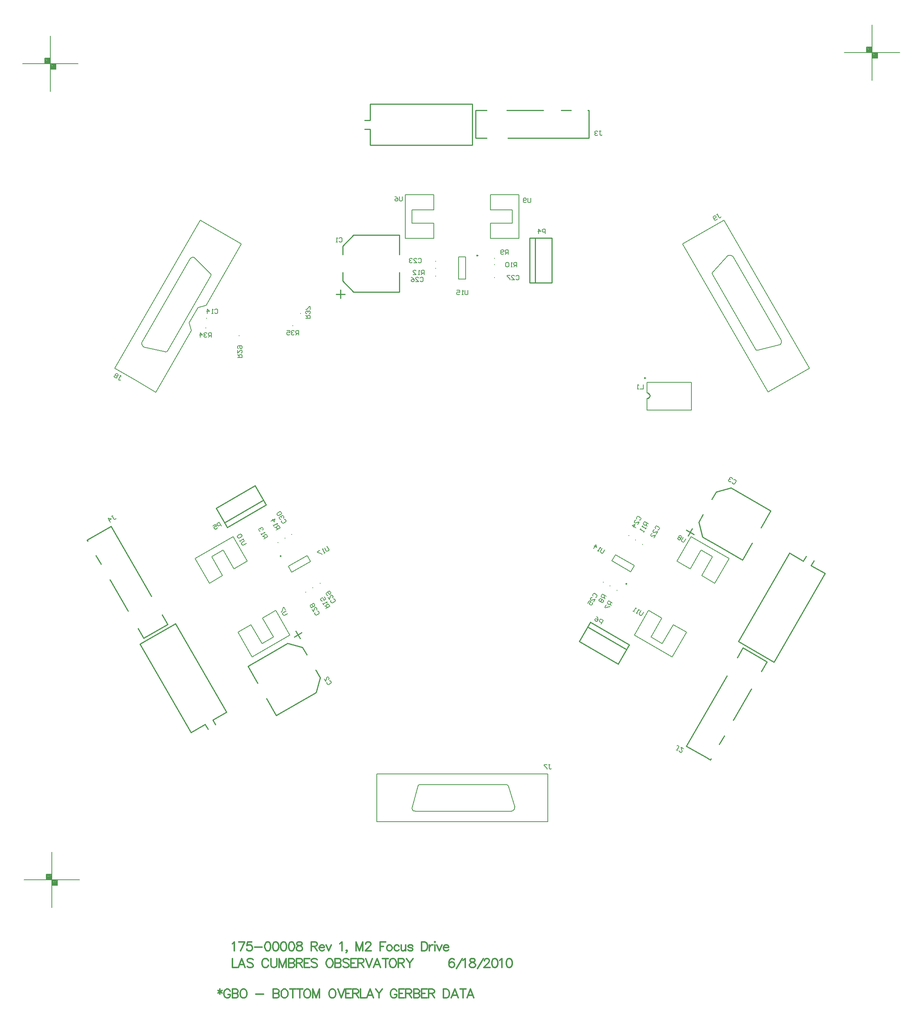
<source format=gbo>
%FSLAX23Y23*%
%MOIN*%
G70*
G01*
G75*
G04 Layer_Color=32896*
%ADD10O,0.027X0.010*%
%ADD11R,0.065X0.094*%
%ADD12R,0.070X0.135*%
%ADD13O,0.098X0.028*%
%ADD14R,0.048X0.078*%
%ADD15R,0.087X0.059*%
%ADD16R,0.063X0.075*%
%ADD17R,0.050X0.050*%
%ADD18R,0.050X0.050*%
%ADD19R,0.025X0.100*%
%ADD20R,0.057X0.012*%
%ADD21R,0.025X0.185*%
%ADD22O,0.024X0.010*%
%ADD23R,0.094X0.130*%
%ADD24R,0.094X0.102*%
%ADD25R,0.200X0.150*%
%ADD26R,0.200X0.040*%
%ADD27R,0.059X0.051*%
%ADD28O,0.012X0.069*%
%ADD29R,0.078X0.048*%
G04:AMPARAMS|DCode=30|XSize=78mil|YSize=48mil|CornerRadius=0mil|HoleSize=0mil|Usage=FLASHONLY|Rotation=120.000|XOffset=0mil|YOffset=0mil|HoleType=Round|Shape=Rectangle|*
%AMROTATEDRECTD30*
4,1,4,0.040,-0.022,-0.001,-0.046,-0.040,0.022,0.001,0.046,0.040,-0.022,0.0*
%
%ADD30ROTATEDRECTD30*%

G04:AMPARAMS|DCode=31|XSize=78mil|YSize=48mil|CornerRadius=0mil|HoleSize=0mil|Usage=FLASHONLY|Rotation=240.000|XOffset=0mil|YOffset=0mil|HoleType=Round|Shape=Rectangle|*
%AMROTATEDRECTD31*
4,1,4,-0.001,0.046,0.040,0.022,0.001,-0.046,-0.040,-0.022,-0.001,0.046,0.0*
%
%ADD31ROTATEDRECTD31*%

%ADD32R,0.067X0.040*%
%ADD33R,0.040X0.067*%
%ADD34R,0.051X0.059*%
G04:AMPARAMS|DCode=35|XSize=135mil|YSize=70mil|CornerRadius=0mil|HoleSize=0mil|Usage=FLASHONLY|Rotation=30.000|XOffset=0mil|YOffset=0mil|HoleType=Round|Shape=Rectangle|*
%AMROTATEDRECTD35*
4,1,4,-0.041,-0.064,-0.076,-0.003,0.041,0.064,0.076,0.003,-0.041,-0.064,0.0*
%
%ADD35ROTATEDRECTD35*%

G04:AMPARAMS|DCode=36|XSize=135mil|YSize=70mil|CornerRadius=0mil|HoleSize=0mil|Usage=FLASHONLY|Rotation=150.000|XOffset=0mil|YOffset=0mil|HoleType=Round|Shape=Rectangle|*
%AMROTATEDRECTD36*
4,1,4,0.076,-0.003,0.041,-0.064,-0.076,0.003,-0.041,0.064,0.076,-0.003,0.0*
%
%ADD36ROTATEDRECTD36*%

%ADD37C,0.020*%
%ADD38C,0.030*%
%ADD39C,0.010*%
%ADD40C,0.005*%
%ADD41C,0.050*%
%ADD42C,0.005*%
%ADD43C,0.012*%
%ADD44C,0.008*%
%ADD45C,0.012*%
%ADD46C,0.012*%
%ADD47C,0.055*%
%ADD48P,0.078X4X165.0*%
%ADD49C,0.116*%
%ADD50C,0.085*%
%ADD51C,0.039*%
%ADD52C,0.200*%
%ADD53C,0.120*%
%ADD54P,0.085X4X105.0*%
%ADD55C,0.060*%
%ADD56P,0.085X4X345.0*%
%ADD57R,0.060X0.060*%
%ADD58P,0.084X4X195.0*%
%ADD59C,0.059*%
%ADD60C,0.031*%
%ADD61C,0.079*%
%ADD62P,0.084X4X255.0*%
%ADD63R,0.059X0.059*%
%ADD64C,0.175*%
%ADD65C,0.070*%
%ADD66R,0.070X0.070*%
%ADD67P,0.084X4X255.0*%
%ADD68C,0.059*%
%ADD69R,0.059X0.059*%
%ADD70P,0.084X4X375.0*%
%ADD71C,0.157*%
%ADD72P,0.084X4X285.0*%
%ADD73C,0.098*%
%ADD74O,0.079X0.039*%
%ADD75R,0.079X0.039*%
%ADD76R,0.059X0.059*%
%ADD77C,0.413*%
%ADD78C,0.531*%
%ADD79C,0.335*%
%ADD80C,0.236*%
%ADD81P,0.099X4X165.0*%
%ADD82P,0.099X4X285.0*%
%ADD83C,0.024*%
%ADD84C,0.026*%
%ADD85C,0.050*%
%ADD86C,0.040*%
%ADD87C,0.075*%
%ADD88C,0.168*%
%ADD89C,0.102*%
%ADD90C,0.080*%
%ADD91C,0.131*%
%ADD92C,0.110*%
G04:AMPARAMS|DCode=93|XSize=90mil|YSize=90mil|CornerRadius=0mil|HoleSize=0mil|Usage=FLASHONLY|Rotation=0.000|XOffset=0mil|YOffset=0mil|HoleType=Round|Shape=Relief|Width=10mil|Gap=10mil|Entries=4|*
%AMTHD93*
7,0,0,0.090,0.070,0.010,45*
%
%ADD93THD93*%
%ADD94C,0.075*%
%ADD95C,0.060*%
G04:AMPARAMS|DCode=96|XSize=107.244mil|YSize=107.244mil|CornerRadius=0mil|HoleSize=0mil|Usage=FLASHONLY|Rotation=0.000|XOffset=0mil|YOffset=0mil|HoleType=Round|Shape=Relief|Width=10mil|Gap=10mil|Entries=4|*
%AMTHD96*
7,0,0,0.107,0.087,0.010,45*
%
%ADD96THD96*%
%ADD97C,0.087*%
%ADD98C,0.163*%
%ADD99C,0.087*%
%ADD100C,0.075*%
%ADD101C,0.131*%
%ADD102C,0.076*%
%ADD103C,0.099*%
%ADD104C,0.070*%
G04:AMPARAMS|DCode=105|XSize=95.433mil|YSize=95.433mil|CornerRadius=0mil|HoleSize=0mil|Usage=FLASHONLY|Rotation=0.000|XOffset=0mil|YOffset=0mil|HoleType=Round|Shape=Relief|Width=10mil|Gap=10mil|Entries=4|*
%AMTHD105*
7,0,0,0.095,0.075,0.010,45*
%
%ADD105THD105*%
%ADD106C,0.257*%
%ADD107C,0.571*%
%ADD108C,0.375*%
%ADD109C,0.206*%
%ADD110C,0.053*%
G04:AMPARAMS|DCode=111|XSize=70mil|YSize=70mil|CornerRadius=0mil|HoleSize=0mil|Usage=FLASHONLY|Rotation=0.000|XOffset=0mil|YOffset=0mil|HoleType=Round|Shape=Relief|Width=10mil|Gap=10mil|Entries=4|*
%AMTHD111*
7,0,0,0.070,0.050,0.010,45*
%
%ADD111THD111*%
%ADD112C,0.065*%
G04:AMPARAMS|DCode=113|XSize=85mil|YSize=85mil|CornerRadius=0mil|HoleSize=0mil|Usage=FLASHONLY|Rotation=0.000|XOffset=0mil|YOffset=0mil|HoleType=Round|Shape=Relief|Width=10mil|Gap=10mil|Entries=4|*
%AMTHD113*
7,0,0,0.085,0.065,0.010,45*
%
%ADD113THD113*%
G04:AMPARAMS|DCode=114|XSize=95mil|YSize=95mil|CornerRadius=0mil|HoleSize=0mil|Usage=FLASHONLY|Rotation=0.000|XOffset=0mil|YOffset=0mil|HoleType=Round|Shape=Relief|Width=10mil|Gap=10mil|Entries=4|*
%AMTHD114*
7,0,0,0.095,0.075,0.010,45*
%
%ADD114THD114*%
G04:AMPARAMS|DCode=115|XSize=122mil|YSize=122mil|CornerRadius=0mil|HoleSize=0mil|Usage=FLASHONLY|Rotation=0.000|XOffset=0mil|YOffset=0mil|HoleType=Round|Shape=Relief|Width=10mil|Gap=10mil|Entries=4|*
%AMTHD115*
7,0,0,0.122,0.102,0.010,45*
%
%ADD115THD115*%
G04:AMPARAMS|DCode=116|XSize=79.685mil|YSize=79.685mil|CornerRadius=0mil|HoleSize=0mil|Usage=FLASHONLY|Rotation=0.000|XOffset=0mil|YOffset=0mil|HoleType=Round|Shape=Relief|Width=10mil|Gap=10mil|Entries=4|*
%AMTHD116*
7,0,0,0.080,0.060,0.010,45*
%
%ADD116THD116*%
G04:AMPARAMS|DCode=117|XSize=183mil|YSize=183mil|CornerRadius=0mil|HoleSize=0mil|Usage=FLASHONLY|Rotation=0.000|XOffset=0mil|YOffset=0mil|HoleType=Round|Shape=Relief|Width=10mil|Gap=10mil|Entries=4|*
%AMTHD117*
7,0,0,0.183,0.163,0.010,45*
%
%ADD117THD117*%
G04:AMPARAMS|DCode=118|XSize=107mil|YSize=107mil|CornerRadius=0mil|HoleSize=0mil|Usage=FLASHONLY|Rotation=0.000|XOffset=0mil|YOffset=0mil|HoleType=Round|Shape=Relief|Width=10mil|Gap=10mil|Entries=4|*
%AMTHD118*
7,0,0,0.107,0.087,0.010,45*
%
%ADD118THD118*%
G04:AMPARAMS|DCode=119|XSize=95.433mil|YSize=95.433mil|CornerRadius=0mil|HoleSize=0mil|Usage=FLASHONLY|Rotation=0.000|XOffset=0mil|YOffset=0mil|HoleType=Round|Shape=Relief|Width=10mil|Gap=10mil|Entries=4|*
%AMTHD119*
7,0,0,0.095,0.075,0.010,45*
%
%ADD119THD119*%
G04:AMPARAMS|DCode=120|XSize=150.551mil|YSize=150.551mil|CornerRadius=0mil|HoleSize=0mil|Usage=FLASHONLY|Rotation=0.000|XOffset=0mil|YOffset=0mil|HoleType=Round|Shape=Relief|Width=10mil|Gap=10mil|Entries=4|*
%AMTHD120*
7,0,0,0.151,0.131,0.010,45*
%
%ADD120THD120*%
G04:AMPARAMS|DCode=121|XSize=96.221mil|YSize=96.221mil|CornerRadius=0mil|HoleSize=0mil|Usage=FLASHONLY|Rotation=0.000|XOffset=0mil|YOffset=0mil|HoleType=Round|Shape=Relief|Width=10mil|Gap=10mil|Entries=4|*
%AMTHD121*
7,0,0,0.096,0.076,0.010,45*
%
%ADD121THD121*%
G04:AMPARAMS|DCode=122|XSize=119.055mil|YSize=119.055mil|CornerRadius=0mil|HoleSize=0mil|Usage=FLASHONLY|Rotation=0.000|XOffset=0mil|YOffset=0mil|HoleType=Round|Shape=Relief|Width=10mil|Gap=10mil|Entries=4|*
%AMTHD122*
7,0,0,0.119,0.099,0.010,45*
%
%ADD122THD122*%
G04:AMPARAMS|DCode=123|XSize=89.528mil|YSize=89.528mil|CornerRadius=0mil|HoleSize=0mil|Usage=FLASHONLY|Rotation=0.000|XOffset=0mil|YOffset=0mil|HoleType=Round|Shape=Relief|Width=10mil|Gap=10mil|Entries=4|*
%AMTHD123*
7,0,0,0.090,0.070,0.010,45*
%
%ADD123THD123*%
G04:AMPARAMS|DCode=124|XSize=72.992mil|YSize=72.992mil|CornerRadius=0mil|HoleSize=0mil|Usage=FLASHONLY|Rotation=0.000|XOffset=0mil|YOffset=0mil|HoleType=Round|Shape=Relief|Width=10mil|Gap=10mil|Entries=4|*
%AMTHD124*
7,0,0,0.073,0.053,0.010,45*
%
%ADD124THD124*%
G04:AMPARAMS|DCode=125|XSize=79mil|YSize=236mil|CornerRadius=0mil|HoleSize=0mil|Usage=FLASHONLY|Rotation=240.000|XOffset=0mil|YOffset=0mil|HoleType=Round|Shape=Rectangle|*
%AMROTATEDRECTD125*
4,1,4,-0.083,0.093,0.122,-0.025,0.083,-0.093,-0.122,0.025,-0.083,0.093,0.0*
%
%ADD125ROTATEDRECTD125*%

G04:AMPARAMS|DCode=126|XSize=79mil|YSize=236mil|CornerRadius=0mil|HoleSize=0mil|Usage=FLASHONLY|Rotation=120.000|XOffset=0mil|YOffset=0mil|HoleType=Round|Shape=Rectangle|*
%AMROTATEDRECTD126*
4,1,4,0.122,0.025,-0.083,-0.093,-0.122,-0.025,0.083,0.093,0.122,0.025,0.0*
%
%ADD126ROTATEDRECTD126*%

%ADD127R,0.236X0.079*%
%ADD128R,0.025X0.070*%
G04:AMPARAMS|DCode=129|XSize=28mil|YSize=98mil|CornerRadius=0mil|HoleSize=0mil|Usage=FLASHONLY|Rotation=210.000|XOffset=0mil|YOffset=0mil|HoleType=Round|Shape=Round|*
%AMOVALD129*
21,1,0.071,0.028,0.000,0.000,300.0*
1,1,0.028,-0.018,0.031*
1,1,0.028,0.018,-0.031*
%
%ADD129OVALD129*%

%ADD130P,0.071X4X345.0*%
G04:AMPARAMS|DCode=131|XSize=28mil|YSize=98mil|CornerRadius=0mil|HoleSize=0mil|Usage=FLASHONLY|Rotation=330.000|XOffset=0mil|YOffset=0mil|HoleType=Round|Shape=Round|*
%AMOVALD131*
21,1,0.071,0.028,0.000,0.000,60.0*
1,1,0.028,-0.018,-0.031*
1,1,0.028,0.018,0.031*
%
%ADD131OVALD131*%

%ADD132P,0.071X4X105.0*%
%ADD133C,0.075*%
%ADD134C,0.010*%
%ADD135C,0.010*%
%ADD136C,0.024*%
%ADD137C,0.007*%
%ADD138C,0.008*%
%ADD139C,0.006*%
%ADD140C,0.020*%
%ADD141R,0.195X0.150*%
%ADD142R,0.020X0.082*%
%ADD143O,0.035X0.018*%
%ADD144R,0.073X0.102*%
%ADD145R,0.078X0.143*%
%ADD146O,0.106X0.036*%
%ADD147R,0.056X0.086*%
%ADD148R,0.095X0.067*%
%ADD149R,0.071X0.083*%
%ADD150R,0.058X0.058*%
%ADD151R,0.058X0.058*%
%ADD152R,0.033X0.108*%
%ADD153R,0.061X0.016*%
%ADD154R,0.033X0.193*%
%ADD155O,0.032X0.018*%
%ADD156R,0.102X0.138*%
%ADD157R,0.102X0.110*%
%ADD158R,0.208X0.158*%
%ADD159R,0.208X0.048*%
%ADD160R,0.067X0.059*%
%ADD161O,0.020X0.077*%
%ADD162R,0.086X0.056*%
G04:AMPARAMS|DCode=163|XSize=86mil|YSize=56mil|CornerRadius=0mil|HoleSize=0mil|Usage=FLASHONLY|Rotation=120.000|XOffset=0mil|YOffset=0mil|HoleType=Round|Shape=Rectangle|*
%AMROTATEDRECTD163*
4,1,4,0.046,-0.023,-0.003,-0.051,-0.046,0.023,0.003,0.051,0.046,-0.023,0.0*
%
%ADD163ROTATEDRECTD163*%

G04:AMPARAMS|DCode=164|XSize=86mil|YSize=56mil|CornerRadius=0mil|HoleSize=0mil|Usage=FLASHONLY|Rotation=240.000|XOffset=0mil|YOffset=0mil|HoleType=Round|Shape=Rectangle|*
%AMROTATEDRECTD164*
4,1,4,-0.003,0.051,0.046,0.023,0.003,-0.051,-0.046,-0.023,-0.003,0.051,0.0*
%
%ADD164ROTATEDRECTD164*%

%ADD165R,0.075X0.048*%
%ADD166R,0.048X0.075*%
%ADD167R,0.059X0.067*%
G04:AMPARAMS|DCode=168|XSize=143mil|YSize=78mil|CornerRadius=0mil|HoleSize=0mil|Usage=FLASHONLY|Rotation=30.000|XOffset=0mil|YOffset=0mil|HoleType=Round|Shape=Rectangle|*
%AMROTATEDRECTD168*
4,1,4,-0.042,-0.070,-0.081,-0.002,0.042,0.070,0.081,0.002,-0.042,-0.070,0.0*
%
%ADD168ROTATEDRECTD168*%

G04:AMPARAMS|DCode=169|XSize=143mil|YSize=78mil|CornerRadius=0mil|HoleSize=0mil|Usage=FLASHONLY|Rotation=150.000|XOffset=0mil|YOffset=0mil|HoleType=Round|Shape=Rectangle|*
%AMROTATEDRECTD169*
4,1,4,0.081,-0.002,0.042,-0.070,-0.081,0.002,-0.042,0.070,0.081,-0.002,0.0*
%
%ADD169ROTATEDRECTD169*%

%ADD170C,0.063*%
%ADD171P,0.089X4X165.0*%
%ADD172C,0.124*%
%ADD173C,0.093*%
%ADD174C,0.047*%
%ADD175C,0.208*%
%ADD176C,0.128*%
%ADD177P,0.096X4X105.0*%
%ADD178C,0.068*%
%ADD179P,0.096X4X345.0*%
%ADD180R,0.068X0.068*%
%ADD181P,0.095X4X195.0*%
%ADD182C,0.067*%
%ADD183C,0.039*%
%ADD184C,0.087*%
%ADD185P,0.095X4X255.0*%
%ADD186R,0.067X0.067*%
%ADD187C,0.183*%
%ADD188C,0.078*%
%ADD189R,0.078X0.078*%
%ADD190P,0.095X4X255.0*%
%ADD191C,0.067*%
%ADD192R,0.067X0.067*%
%ADD193P,0.095X4X375.0*%
%ADD194C,0.165*%
%ADD195P,0.095X4X285.0*%
%ADD196C,0.106*%
%ADD197O,0.087X0.047*%
%ADD198R,0.087X0.047*%
%ADD199R,0.067X0.067*%
%ADD200C,0.421*%
%ADD201C,0.539*%
%ADD202C,0.343*%
%ADD203C,0.244*%
%ADD204P,0.110X4X165.0*%
%ADD205P,0.110X4X285.0*%
%ADD206C,0.032*%
%ADD207C,0.058*%
G04:AMPARAMS|DCode=208|XSize=87mil|YSize=244mil|CornerRadius=0mil|HoleSize=0mil|Usage=FLASHONLY|Rotation=240.000|XOffset=0mil|YOffset=0mil|HoleType=Round|Shape=Rectangle|*
%AMROTATEDRECTD208*
4,1,4,-0.084,0.099,0.127,-0.023,0.084,-0.099,-0.127,0.023,-0.084,0.099,0.0*
%
%ADD208ROTATEDRECTD208*%

G04:AMPARAMS|DCode=209|XSize=87mil|YSize=244mil|CornerRadius=0mil|HoleSize=0mil|Usage=FLASHONLY|Rotation=120.000|XOffset=0mil|YOffset=0mil|HoleType=Round|Shape=Rectangle|*
%AMROTATEDRECTD209*
4,1,4,0.127,0.023,-0.084,-0.099,-0.127,-0.023,0.084,0.099,0.127,0.023,0.0*
%
%ADD209ROTATEDRECTD209*%

%ADD210R,0.244X0.087*%
%ADD211R,0.033X0.078*%
G04:AMPARAMS|DCode=212|XSize=36mil|YSize=106mil|CornerRadius=0mil|HoleSize=0mil|Usage=FLASHONLY|Rotation=210.000|XOffset=0mil|YOffset=0mil|HoleType=Round|Shape=Round|*
%AMOVALD212*
21,1,0.071,0.036,0.000,0.000,300.0*
1,1,0.036,-0.018,0.031*
1,1,0.036,0.018,-0.031*
%
%ADD212OVALD212*%

%ADD213P,0.082X4X345.0*%
G04:AMPARAMS|DCode=214|XSize=36mil|YSize=106mil|CornerRadius=0mil|HoleSize=0mil|Usage=FLASHONLY|Rotation=330.000|XOffset=0mil|YOffset=0mil|HoleType=Round|Shape=Round|*
%AMOVALD214*
21,1,0.071,0.036,0.000,0.000,60.0*
1,1,0.036,-0.018,-0.031*
1,1,0.036,0.018,0.031*
%
%ADD214OVALD214*%

%ADD215P,0.082X4X105.0*%
%ADD216C,0.034*%
D39*
X17129Y13706D02*
X17121Y13710D01*
Y13701D01*
X17129Y13706D01*
X17144Y13521D02*
X17153Y13523D01*
X17162Y13528D01*
X17167Y13536D01*
X17169Y13546D01*
X17167Y13555D01*
X17162Y13563D01*
X17153Y13569D01*
X17144Y13571D01*
X17513Y12281D02*
X17552Y12349D01*
X17498Y12335D02*
X17567Y12295D01*
X18003Y12066D02*
X18091Y12220D01*
X18170Y12356D02*
X18258Y12509D01*
X17727Y12612D02*
X17766Y12680D01*
X17609Y12407D02*
X17648Y12476D01*
X17900Y12716D02*
X18258Y12509D01*
X17766Y12680D02*
X17900Y12716D01*
X17645Y12273D02*
X17781Y12194D01*
X17609Y12407D02*
X17645Y12273D01*
X17781Y12194D02*
X18003Y12066D01*
X13549Y11109D02*
X13771Y11237D01*
X13907Y11316D02*
X14042Y11280D01*
X13771Y11237D02*
X13907Y11316D01*
X14163Y10873D02*
X14199Y11007D01*
X13805Y10666D02*
X14163Y10873D01*
X14042Y11280D02*
X14081Y11212D01*
X14160Y11076D02*
X14199Y11007D01*
X13717Y10820D02*
X13805Y10666D01*
X13549Y11109D02*
X13638Y10956D01*
X13966Y11373D02*
X14034Y11412D01*
X13980Y11426D02*
X14019Y11358D01*
X14383Y14421D02*
Y14500D01*
X14344Y14460D02*
X14423D01*
X14915Y14480D02*
Y14657D01*
Y14815D02*
Y14992D01*
X14403Y14815D02*
Y14893D01*
Y14578D02*
Y14657D01*
X14501Y14992D02*
X14915D01*
X14403Y14893D02*
X14501Y14992D01*
X14501Y14480D02*
X14659D01*
X14403Y14578D02*
X14501Y14480D01*
X14659D02*
X14915D01*
X16609Y11463D02*
X16959Y11260D01*
X16534Y11333D02*
X16634Y11506D01*
X16884Y11130D02*
X16984Y11303D01*
X16534Y11333D02*
X16884Y11130D01*
X16634Y11506D02*
X16984Y11303D01*
X13339Y12402D02*
X13690Y12604D01*
X13615Y12734D02*
X13715Y12561D01*
X13264Y12531D02*
X13364Y12358D01*
X13264Y12531D02*
X13615Y12734D01*
X13364Y12358D02*
X13715Y12561D01*
X16138Y14561D02*
Y14966D01*
X16088Y14561D02*
X16288D01*
X16088Y14966D02*
X16288D01*
Y14561D02*
Y14966D01*
X16088Y14561D02*
Y14966D01*
D43*
X13298Y8201D02*
Y8155D01*
X13279Y8189D02*
X13317Y8167D01*
Y8189D02*
X13279Y8167D01*
X13390Y8182D02*
X13387Y8189D01*
X13379Y8197D01*
X13371Y8201D01*
X13356D01*
X13349Y8197D01*
X13341Y8189D01*
X13337Y8182D01*
X13333Y8170D01*
Y8151D01*
X13337Y8140D01*
X13341Y8132D01*
X13349Y8125D01*
X13356Y8121D01*
X13371D01*
X13379Y8125D01*
X13387Y8132D01*
X13390Y8140D01*
Y8151D01*
X13371D02*
X13390D01*
X13409Y8201D02*
Y8121D01*
Y8201D02*
X13443D01*
X13454Y8197D01*
X13458Y8193D01*
X13462Y8186D01*
Y8178D01*
X13458Y8170D01*
X13454Y8167D01*
X13443Y8163D01*
X13409D02*
X13443D01*
X13454Y8159D01*
X13458Y8155D01*
X13462Y8147D01*
Y8136D01*
X13458Y8128D01*
X13454Y8125D01*
X13443Y8121D01*
X13409D01*
X13503Y8201D02*
X13495Y8197D01*
X13488Y8189D01*
X13484Y8182D01*
X13480Y8170D01*
Y8151D01*
X13484Y8140D01*
X13488Y8132D01*
X13495Y8125D01*
X13503Y8121D01*
X13518D01*
X13526Y8125D01*
X13533Y8132D01*
X13537Y8140D01*
X13541Y8151D01*
Y8170D01*
X13537Y8182D01*
X13533Y8189D01*
X13526Y8197D01*
X13518Y8201D01*
X13503D01*
X13622Y8155D02*
X13691D01*
X13777Y8201D02*
Y8121D01*
Y8201D02*
X13812D01*
X13823Y8197D01*
X13827Y8193D01*
X13831Y8186D01*
Y8178D01*
X13827Y8170D01*
X13823Y8167D01*
X13812Y8163D01*
X13777D02*
X13812D01*
X13823Y8159D01*
X13827Y8155D01*
X13831Y8147D01*
Y8136D01*
X13827Y8128D01*
X13823Y8125D01*
X13812Y8121D01*
X13777D01*
X13872Y8201D02*
X13864Y8197D01*
X13856Y8189D01*
X13852Y8182D01*
X13849Y8170D01*
Y8151D01*
X13852Y8140D01*
X13856Y8132D01*
X13864Y8125D01*
X13872Y8121D01*
X13887D01*
X13894Y8125D01*
X13902Y8132D01*
X13906Y8140D01*
X13910Y8151D01*
Y8170D01*
X13906Y8182D01*
X13902Y8189D01*
X13894Y8197D01*
X13887Y8201D01*
X13872D01*
X13955D02*
Y8121D01*
X13928Y8201D02*
X13982D01*
X14018D02*
Y8121D01*
X13991Y8201D02*
X14044D01*
X14077D02*
X14069Y8197D01*
X14062Y8189D01*
X14058Y8182D01*
X14054Y8170D01*
Y8151D01*
X14058Y8140D01*
X14062Y8132D01*
X14069Y8125D01*
X14077Y8121D01*
X14092D01*
X14100Y8125D01*
X14107Y8132D01*
X14111Y8140D01*
X14115Y8151D01*
Y8170D01*
X14111Y8182D01*
X14107Y8189D01*
X14100Y8197D01*
X14092Y8201D01*
X14077D01*
X14134D02*
Y8121D01*
Y8201D02*
X14164Y8121D01*
X14194Y8201D02*
X14164Y8121D01*
X14194Y8201D02*
Y8121D01*
X14303Y8201D02*
X14295Y8197D01*
X14288Y8189D01*
X14284Y8182D01*
X14280Y8170D01*
Y8151D01*
X14284Y8140D01*
X14288Y8132D01*
X14295Y8125D01*
X14303Y8121D01*
X14318D01*
X14326Y8125D01*
X14333Y8132D01*
X14337Y8140D01*
X14341Y8151D01*
Y8170D01*
X14337Y8182D01*
X14333Y8189D01*
X14326Y8197D01*
X14318Y8201D01*
X14303D01*
X14360D02*
X14390Y8121D01*
X14421Y8201D02*
X14390Y8121D01*
X14481Y8201D02*
X14431D01*
Y8121D01*
X14481D01*
X14431Y8163D02*
X14461D01*
X14494Y8201D02*
Y8121D01*
Y8201D02*
X14528D01*
X14540Y8197D01*
X14543Y8193D01*
X14547Y8186D01*
Y8178D01*
X14543Y8170D01*
X14540Y8167D01*
X14528Y8163D01*
X14494D01*
X14521D02*
X14547Y8121D01*
X14565Y8201D02*
Y8121D01*
X14611D01*
X14680D02*
X14650Y8201D01*
X14620Y8121D01*
X14631Y8147D02*
X14669D01*
X14699Y8201D02*
X14730Y8163D01*
Y8121D01*
X14760Y8201D02*
X14730Y8163D01*
X14890Y8182D02*
X14887Y8189D01*
X14879Y8197D01*
X14871Y8201D01*
X14856D01*
X14848Y8197D01*
X14841Y8189D01*
X14837Y8182D01*
X14833Y8170D01*
Y8151D01*
X14837Y8140D01*
X14841Y8132D01*
X14848Y8125D01*
X14856Y8121D01*
X14871D01*
X14879Y8125D01*
X14887Y8132D01*
X14890Y8140D01*
Y8151D01*
X14871D02*
X14890D01*
X14958Y8201D02*
X14909D01*
Y8121D01*
X14958D01*
X14909Y8163D02*
X14939D01*
X14971Y8201D02*
Y8121D01*
Y8201D02*
X15006D01*
X15017Y8197D01*
X15021Y8193D01*
X15025Y8186D01*
Y8178D01*
X15021Y8170D01*
X15017Y8167D01*
X15006Y8163D01*
X14971D01*
X14998D02*
X15025Y8121D01*
X15043Y8201D02*
Y8121D01*
Y8201D02*
X15077D01*
X15088Y8197D01*
X15092Y8193D01*
X15096Y8186D01*
Y8178D01*
X15092Y8170D01*
X15088Y8167D01*
X15077Y8163D01*
X15043D02*
X15077D01*
X15088Y8159D01*
X15092Y8155D01*
X15096Y8147D01*
Y8136D01*
X15092Y8128D01*
X15088Y8125D01*
X15077Y8121D01*
X15043D01*
X15163Y8201D02*
X15114D01*
Y8121D01*
X15163D01*
X15114Y8163D02*
X15144D01*
X15177Y8201D02*
Y8121D01*
Y8201D02*
X15211D01*
X15222Y8197D01*
X15226Y8193D01*
X15230Y8186D01*
Y8178D01*
X15226Y8170D01*
X15222Y8167D01*
X15211Y8163D01*
X15177D01*
X15203D02*
X15230Y8121D01*
X15311Y8201D02*
Y8121D01*
Y8201D02*
X15337D01*
X15349Y8197D01*
X15357Y8189D01*
X15360Y8182D01*
X15364Y8170D01*
Y8151D01*
X15360Y8140D01*
X15357Y8132D01*
X15349Y8125D01*
X15337Y8121D01*
X15311D01*
X15443D02*
X15413Y8201D01*
X15382Y8121D01*
X15393Y8147D02*
X15432D01*
X15488Y8201D02*
Y8121D01*
X15462Y8201D02*
X15515D01*
X15585Y8121D02*
X15555Y8201D01*
X15524Y8121D01*
X15536Y8147D02*
X15574D01*
D44*
X14072Y14243D02*
X14112D01*
Y14263D01*
X14105Y14269D01*
X14092D01*
X14085Y14263D01*
Y14243D01*
Y14256D02*
X14072Y14269D01*
X14105Y14283D02*
X14112Y14289D01*
Y14303D01*
X14105Y14309D01*
X14099D01*
X14092Y14303D01*
Y14296D01*
Y14303D01*
X14085Y14309D01*
X14079D01*
X14072Y14303D01*
Y14289D01*
X14079Y14283D01*
X14112Y14323D02*
Y14349D01*
X14105D01*
X14079Y14323D01*
X14072D01*
X14006Y14093D02*
Y14133D01*
X13986D01*
X13979Y14126D01*
Y14113D01*
X13986Y14106D01*
X14006D01*
X13993D02*
X13979Y14093D01*
X13966Y14126D02*
X13959Y14133D01*
X13946D01*
X13939Y14126D01*
Y14119D01*
X13946Y14113D01*
X13953D01*
X13946D01*
X13939Y14106D01*
Y14099D01*
X13946Y14093D01*
X13959D01*
X13966Y14099D01*
X13899Y14133D02*
X13926D01*
Y14113D01*
X13913Y14119D01*
X13906D01*
X13899Y14113D01*
Y14099D01*
X13906Y14093D01*
X13919D01*
X13926Y14099D01*
X13222Y14072D02*
Y14112D01*
X13202D01*
X13195Y14105D01*
Y14092D01*
X13202Y14085D01*
X13222D01*
X13209D02*
X13195Y14072D01*
X13182Y14105D02*
X13175Y14112D01*
X13162D01*
X13155Y14105D01*
Y14098D01*
X13162Y14092D01*
X13169D01*
X13162D01*
X13155Y14085D01*
Y14078D01*
X13162Y14072D01*
X13175D01*
X13182Y14078D01*
X13122Y14072D02*
Y14112D01*
X13142Y14092D01*
X13115D01*
X13250Y14319D02*
X13257Y14326D01*
X13270D01*
X13277Y14319D01*
Y14292D01*
X13270Y14286D01*
X13257D01*
X13250Y14292D01*
X13237Y14286D02*
X13224D01*
X13230D01*
Y14326D01*
X13237Y14319D01*
X13184Y14286D02*
Y14326D01*
X13204Y14306D01*
X13177D01*
X13458Y13888D02*
X13498D01*
Y13908D01*
X13491Y13914D01*
X13478D01*
X13471Y13908D01*
Y13888D01*
Y13901D02*
X13458Y13914D01*
Y13954D02*
Y13928D01*
X13485Y13954D01*
X13491D01*
X13498Y13948D01*
Y13934D01*
X13491Y13928D01*
X13465Y13968D02*
X13458Y13974D01*
Y13988D01*
X13465Y13994D01*
X13491D01*
X13498Y13988D01*
Y13974D01*
X13491Y13968D01*
X13485D01*
X13478Y13974D01*
Y13994D01*
X16729Y11489D02*
X16749Y11523D01*
X16732Y11533D01*
X16722Y11531D01*
X16716Y11519D01*
X16718Y11510D01*
X16736Y11500D01*
X16691Y11557D02*
X16699Y11544D01*
X16704Y11526D01*
X16698Y11515D01*
X16688Y11512D01*
X16677Y11519D01*
X16674Y11528D01*
X16678Y11534D01*
X16687Y11536D01*
X16704Y11526D01*
X13311Y12372D02*
X13291Y12406D01*
X13274Y12396D01*
X13271Y12387D01*
X13278Y12376D01*
X13287Y12373D01*
X13304Y12383D01*
X13233Y12373D02*
X13256Y12386D01*
X13266Y12369D01*
X13251Y12368D01*
X13246Y12365D01*
X13243Y12356D01*
X13250Y12344D01*
X13259Y12342D01*
X13270Y12348D01*
X13273Y12358D01*
X16226Y15007D02*
Y15047D01*
X16206D01*
X16199Y15040D01*
Y15027D01*
X16206Y15020D01*
X16226D01*
X16166Y15007D02*
Y15047D01*
X16186Y15027D01*
X16159D01*
X17771Y15175D02*
X17782Y15182D01*
X17777Y15179D01*
X17793Y15150D01*
X17802Y15147D01*
X17808Y15151D01*
X17811Y15160D01*
X17776Y15140D02*
X17774Y15131D01*
X17762Y15124D01*
X17753Y15126D01*
X17740Y15149D01*
X17742Y15159D01*
X17754Y15165D01*
X17763Y15163D01*
X17766Y15157D01*
X17764Y15148D01*
X17746Y15138D01*
X12397Y13729D02*
X12408Y13722D01*
X12403Y13725D01*
X12386Y13697D01*
X12388Y13687D01*
X12394Y13684D01*
X12403Y13687D01*
X12382Y13730D02*
X12379Y13739D01*
X12368Y13745D01*
X12359Y13743D01*
X12355Y13737D01*
X12358Y13728D01*
X12349Y13726D01*
X12345Y13720D01*
X12348Y13711D01*
X12359Y13704D01*
X12369Y13707D01*
X12372Y13712D01*
X12369Y13721D01*
X12379Y13724D01*
X12382Y13730D01*
X12369Y13721D02*
X12358Y13728D01*
X16256Y10222D02*
X16270D01*
X16263D01*
Y10188D01*
X16270Y10182D01*
X16276D01*
X16283Y10188D01*
X16243Y10222D02*
X16216D01*
Y10215D01*
X16243Y10188D01*
Y10182D01*
X14370Y14963D02*
X14377Y14970D01*
X14390D01*
X14397Y14963D01*
Y14936D01*
X14390Y14930D01*
X14377D01*
X14370Y14936D01*
X14357Y14930D02*
X14344D01*
X14350D01*
Y14970D01*
X14357Y14963D01*
X14284Y10979D02*
X14294Y10976D01*
X14300Y10965D01*
X14298Y10955D01*
X14275Y10942D01*
X14266Y10945D01*
X14259Y10956D01*
X14261Y10965D01*
X14236Y10997D02*
X14249Y10973D01*
X14259Y11010D01*
X14264Y11013D01*
X14274Y11011D01*
X14280Y10999D01*
X14278Y10990D01*
X17924Y12788D02*
X17934Y12790D01*
X17945Y12784D01*
X17948Y12775D01*
X17934Y12752D01*
X17925Y12749D01*
X17914Y12756D01*
X17911Y12765D01*
X17913Y12795D02*
X17910Y12804D01*
X17899Y12810D01*
X17890Y12808D01*
X17886Y12802D01*
X17889Y12793D01*
X17895Y12790D01*
X17889Y12793D01*
X17880Y12791D01*
X17876Y12785D01*
X17879Y12776D01*
X17890Y12769D01*
X17900Y12772D01*
X17219Y12350D02*
X17216Y12359D01*
X17223Y12371D01*
X17232Y12373D01*
X17255Y12360D01*
X17258Y12351D01*
X17251Y12339D01*
X17242Y12337D01*
X17228Y12299D02*
X17241Y12322D01*
X17204Y12312D01*
X17199Y12316D01*
X17196Y12325D01*
X17203Y12336D01*
X17212Y12339D01*
X17208Y12264D02*
X17221Y12288D01*
X17184Y12278D01*
X17179Y12281D01*
X17176Y12290D01*
X17183Y12302D01*
X17192Y12304D01*
X15084Y14775D02*
X15091Y14782D01*
X15104D01*
X15111Y14775D01*
Y14748D01*
X15104Y14742D01*
X15091D01*
X15084Y14748D01*
X15044Y14742D02*
X15071D01*
X15044Y14768D01*
Y14775D01*
X15051Y14782D01*
X15064D01*
X15071Y14775D01*
X15031D02*
X15024Y14782D01*
X15011D01*
X15004Y14775D01*
Y14768D01*
X15011Y14762D01*
X15018D01*
X15011D01*
X15004Y14755D01*
Y14748D01*
X15011Y14742D01*
X15024D01*
X15031Y14748D01*
X17052Y12437D02*
X17049Y12446D01*
X17056Y12458D01*
X17065Y12460D01*
X17088Y12447D01*
X17091Y12438D01*
X17084Y12426D01*
X17075Y12424D01*
X17061Y12386D02*
X17074Y12409D01*
X17037Y12399D01*
X17032Y12403D01*
X17029Y12412D01*
X17036Y12423D01*
X17045Y12426D01*
X17044Y12357D02*
X17009Y12377D01*
X17037Y12385D01*
X17023Y12361D01*
X16656Y11741D02*
X16653Y11750D01*
X16660Y11762D01*
X16669Y11764D01*
X16692Y11751D01*
X16695Y11742D01*
X16688Y11730D01*
X16679Y11728D01*
X16665Y11690D02*
X16678Y11713D01*
X16641Y11703D01*
X16636Y11707D01*
X16633Y11716D01*
X16640Y11727D01*
X16649Y11730D01*
X16610Y11675D02*
X16623Y11699D01*
X16641Y11689D01*
X16628Y11680D01*
X16625Y11675D01*
X16627Y11665D01*
X16639Y11659D01*
X16648Y11661D01*
X16655Y11673D01*
X16652Y11682D01*
X15099Y14606D02*
X15106Y14613D01*
X15119D01*
X15126Y14606D01*
Y14579D01*
X15119Y14573D01*
X15106D01*
X15099Y14579D01*
X15059Y14573D02*
X15086D01*
X15059Y14599D01*
Y14606D01*
X15066Y14613D01*
X15079D01*
X15086Y14606D01*
X15019Y14613D02*
X15033Y14606D01*
X15046Y14593D01*
Y14579D01*
X15039Y14573D01*
X15026D01*
X15019Y14579D01*
Y14586D01*
X15026Y14593D01*
X15046D01*
X15963Y14623D02*
X15970Y14630D01*
X15983D01*
X15990Y14623D01*
Y14596D01*
X15983Y14590D01*
X15970D01*
X15963Y14596D01*
X15923Y14590D02*
X15950D01*
X15923Y14616D01*
Y14623D01*
X15930Y14630D01*
X15943D01*
X15950Y14623D01*
X15910Y14630D02*
X15883D01*
Y14623D01*
X15910Y14596D01*
Y14590D01*
X14176Y11605D02*
X14186Y11602D01*
X14192Y11591D01*
X14190Y11581D01*
X14167Y11568D01*
X14158Y11571D01*
X14151Y11582D01*
X14153Y11591D01*
X14128Y11623D02*
X14141Y11599D01*
X14151Y11636D01*
X14156Y11639D01*
X14166Y11637D01*
X14172Y11625D01*
X14170Y11616D01*
X14150Y11651D02*
X14152Y11660D01*
X14146Y11671D01*
X14136Y11674D01*
X14131Y11670D01*
X14128Y11661D01*
X14119Y11664D01*
X14113Y11660D01*
X14111Y11651D01*
X14118Y11640D01*
X14127Y11637D01*
X14132Y11641D01*
X14135Y11650D01*
X14144Y11647D01*
X14150Y11651D01*
X14135Y11650D02*
X14128Y11661D01*
X14320Y11715D02*
X14330Y11712D01*
X14336Y11701D01*
X14334Y11691D01*
X14311Y11678D01*
X14302Y11681D01*
X14295Y11692D01*
X14297Y11701D01*
X14272Y11733D02*
X14285Y11709D01*
X14295Y11746D01*
X14300Y11749D01*
X14310Y11747D01*
X14316Y11735D01*
X14314Y11726D01*
X14271Y11747D02*
X14262Y11750D01*
X14255Y11761D01*
X14257Y11770D01*
X14280Y11784D01*
X14290Y11781D01*
X14296Y11770D01*
X14294Y11761D01*
X14288Y11757D01*
X14279Y11760D01*
X14269Y11777D01*
X13877Y12432D02*
X13887Y12429D01*
X13893Y12418D01*
X13891Y12408D01*
X13868Y12395D01*
X13859Y12398D01*
X13852Y12409D01*
X13854Y12418D01*
X13871Y12443D02*
X13873Y12452D01*
X13867Y12464D01*
X13857Y12466D01*
X13852Y12463D01*
X13849Y12454D01*
X13853Y12448D01*
X13849Y12454D01*
X13840Y12456D01*
X13834Y12453D01*
X13832Y12444D01*
X13839Y12432D01*
X13848Y12430D01*
X13851Y12478D02*
X13853Y12487D01*
X13847Y12498D01*
X13837Y12501D01*
X13814Y12487D01*
X13812Y12478D01*
X13819Y12467D01*
X13828Y12464D01*
X13851Y12478D01*
X16832Y11678D02*
X16797Y11698D01*
X16787Y11680D01*
X16790Y11671D01*
X16801Y11665D01*
X16810Y11667D01*
X16820Y11684D01*
X16814Y11673D02*
X16819Y11655D01*
X16777Y11663D02*
X16764Y11640D01*
X16770Y11637D01*
X16806Y11647D01*
X16812Y11643D01*
X16777Y11738D02*
X16742Y11758D01*
X16732Y11740D01*
X16735Y11731D01*
X16746Y11725D01*
X16755Y11727D01*
X16765Y11744D01*
X16759Y11733D02*
X16764Y11715D01*
X16728Y11720D02*
X16719Y11717D01*
X16712Y11706D01*
X16715Y11697D01*
X16720Y11693D01*
X16730Y11696D01*
X16732Y11687D01*
X16738Y11683D01*
X16747Y11686D01*
X16754Y11697D01*
X16751Y11707D01*
X16745Y11710D01*
X16736Y11707D01*
X16734Y11717D01*
X16728Y11720D01*
X16736Y11707D02*
X16730Y11696D01*
X15893Y14818D02*
Y14858D01*
X15873D01*
X15866Y14851D01*
Y14838D01*
X15873Y14831D01*
X15893D01*
X15880D02*
X15866Y14818D01*
X15853Y14824D02*
X15846Y14818D01*
X15833D01*
X15826Y14824D01*
Y14851D01*
X15833Y14858D01*
X15846D01*
X15853Y14851D01*
Y14844D01*
X15846Y14838D01*
X15826D01*
X15972Y14707D02*
Y14747D01*
X15952D01*
X15945Y14740D01*
Y14727D01*
X15952Y14720D01*
X15972D01*
X15959D02*
X15945Y14707D01*
X15932D02*
X15919D01*
X15925D01*
Y14747D01*
X15932Y14740D01*
X15899D02*
X15892Y14747D01*
X15879D01*
X15872Y14740D01*
Y14713D01*
X15879Y14707D01*
X15892D01*
X15899Y14713D01*
Y14740D01*
X17156Y12391D02*
X17121Y12411D01*
X17111Y12393D01*
X17114Y12384D01*
X17125Y12378D01*
X17134Y12380D01*
X17144Y12397D01*
X17138Y12386D02*
X17143Y12368D01*
X17136Y12356D02*
X17129Y12345D01*
X17133Y12350D01*
X17098Y12370D01*
X17107Y12373D01*
X17119Y12327D02*
X17113Y12316D01*
X17116Y12322D01*
X17081Y12342D01*
X17090Y12344D01*
X15138Y14636D02*
Y14676D01*
X15118D01*
X15111Y14669D01*
Y14656D01*
X15118Y14649D01*
X15138D01*
X15125D02*
X15111Y14636D01*
X15098D02*
X15085D01*
X15091D01*
Y14676D01*
X15098Y14669D01*
X15038Y14636D02*
X15065D01*
X15038Y14662D01*
Y14669D01*
X15045Y14676D01*
X15058D01*
X15065Y14669D01*
X13693Y12257D02*
X13728Y12277D01*
X13718Y12294D01*
X13708Y12297D01*
X13697Y12290D01*
X13694Y12281D01*
X13704Y12263D01*
X13698Y12275D02*
X13680Y12280D01*
X13673Y12291D02*
X13666Y12303D01*
X13670Y12297D01*
X13704Y12317D01*
X13702Y12308D01*
X13685Y12337D02*
X13688Y12346D01*
X13681Y12358D01*
X13672Y12360D01*
X13666Y12357D01*
X13664Y12348D01*
X13667Y12342D01*
X13664Y12348D01*
X13654Y12350D01*
X13649Y12347D01*
X13646Y12338D01*
X13653Y12326D01*
X13662Y12324D01*
X13805Y12336D02*
X13840Y12356D01*
X13830Y12373D01*
X13820Y12376D01*
X13809Y12369D01*
X13806Y12360D01*
X13816Y12342D01*
X13810Y12354D02*
X13792Y12359D01*
X13785Y12370D02*
X13778Y12382D01*
X13782Y12376D01*
X13816Y12396D01*
X13814Y12387D01*
X13758Y12417D02*
X13793Y12437D01*
X13786Y12409D01*
X13772Y12432D01*
X14252Y11629D02*
X14287Y11649D01*
X14277Y11666D01*
X14267Y11669D01*
X14256Y11662D01*
X14253Y11653D01*
X14263Y11635D01*
X14257Y11647D02*
X14239Y11652D01*
X14232Y11663D02*
X14225Y11675D01*
X14229Y11669D01*
X14263Y11689D01*
X14261Y11680D01*
X14237Y11735D02*
X14250Y11712D01*
X14233Y11702D01*
X14232Y11717D01*
X14228Y11723D01*
X14219Y11725D01*
X14208Y11719D01*
X14205Y11710D01*
X14212Y11698D01*
X14221Y11696D01*
X14942Y15339D02*
Y15305D01*
X14935Y15299D01*
X14922D01*
X14915Y15305D01*
Y15339D01*
X14875D02*
X14889Y15332D01*
X14902Y15319D01*
Y15305D01*
X14895Y15299D01*
X14882D01*
X14875Y15305D01*
Y15312D01*
X14882Y15319D01*
X14902D01*
X13907Y11583D02*
X13878Y11566D01*
X13869Y11569D01*
X13862Y11580D01*
X13864Y11589D01*
X13893Y11606D01*
X13887Y11617D02*
X13873Y11641D01*
X13867Y11637D01*
X13858Y11601D01*
X13852Y11597D01*
X17495Y12256D02*
X17478Y12228D01*
X17469Y12225D01*
X17458Y12232D01*
X17455Y12241D01*
X17472Y12270D01*
X17457Y12271D02*
X17454Y12280D01*
X17443Y12286D01*
X17434Y12284D01*
X17430Y12278D01*
X17433Y12269D01*
X17424Y12267D01*
X17420Y12261D01*
X17423Y12252D01*
X17434Y12245D01*
X17444Y12248D01*
X17447Y12253D01*
X17444Y12262D01*
X17454Y12265D01*
X17457Y12271D01*
X17444Y12262D02*
X17433Y12269D01*
X16096Y15324D02*
Y15290D01*
X16089Y15284D01*
X16076D01*
X16069Y15290D01*
Y15324D01*
X16056Y15290D02*
X16049Y15284D01*
X16036D01*
X16029Y15290D01*
Y15317D01*
X16036Y15324D01*
X16049D01*
X16056Y15317D01*
Y15310D01*
X16049Y15304D01*
X16029D01*
X13536Y12215D02*
X13507Y12198D01*
X13498Y12201D01*
X13491Y12212D01*
X13493Y12221D01*
X13522Y12238D01*
X13481Y12229D02*
X13474Y12241D01*
X13478Y12235D01*
X13512Y12255D01*
X13510Y12246D01*
X13493Y12275D02*
X13496Y12284D01*
X13489Y12296D01*
X13480Y12298D01*
X13457Y12285D01*
X13454Y12276D01*
X13461Y12264D01*
X13470Y12262D01*
X13493Y12275D01*
X17113Y11597D02*
X17096Y11569D01*
X17087Y11566D01*
X17076Y11573D01*
X17073Y11582D01*
X17090Y11611D01*
X17058Y11583D02*
X17047Y11589D01*
X17052Y11586D01*
X17072Y11621D01*
X17075Y11612D01*
X17029Y11599D02*
X17018Y11606D01*
X17024Y11603D01*
X17044Y11637D01*
X17046Y11628D01*
X16764Y12158D02*
X16747Y12130D01*
X16738Y12127D01*
X16727Y12134D01*
X16724Y12143D01*
X16741Y12172D01*
X16709Y12144D02*
X16698Y12150D01*
X16703Y12147D01*
X16723Y12182D01*
X16726Y12173D01*
X16663Y12170D02*
X16683Y12205D01*
X16690Y12178D01*
X16667Y12191D01*
X15531Y14494D02*
Y14460D01*
X15524Y14454D01*
X15511D01*
X15504Y14460D01*
Y14494D01*
X15491Y14454D02*
X15478D01*
X15484D01*
Y14494D01*
X15491Y14487D01*
X15431Y14494D02*
X15458D01*
Y14474D01*
X15444Y14480D01*
X15438D01*
X15431Y14474D01*
Y14460D01*
X15438Y14454D01*
X15451D01*
X15458Y14460D01*
X14262Y12188D02*
X14279Y12160D01*
X14276Y12150D01*
X14265Y12144D01*
X14255Y12146D01*
X14239Y12175D01*
X14247Y12134D02*
X14236Y12127D01*
X14241Y12130D01*
X14221Y12165D01*
X14231Y12163D01*
X14198Y12152D02*
X14175Y12138D01*
X14179Y12133D01*
X14215Y12123D01*
X14218Y12117D01*
X17419Y10350D02*
X17407Y10357D01*
X17413Y10353D01*
X17430Y10382D01*
X17427Y10391D01*
X17422Y10394D01*
X17413Y10392D01*
X17474Y10364D02*
X17451Y10378D01*
X17460Y10341D01*
X17457Y10336D01*
X17448Y10333D01*
X17436Y10340D01*
X17434Y10349D01*
X16715Y15930D02*
X16729D01*
X16722D01*
Y15896D01*
X16729Y15890D01*
X16735D01*
X16742Y15896D01*
X16702Y15923D02*
X16695Y15930D01*
X16682D01*
X16675Y15923D01*
Y15916D01*
X16682Y15910D01*
X16689D01*
X16682D01*
X16675Y15903D01*
Y15896D01*
X16682Y15890D01*
X16695D01*
X16702Y15896D01*
X12321Y12459D02*
X12333Y12465D01*
X12327Y12462D01*
X12344Y12433D01*
X12353Y12431D01*
X12359Y12434D01*
X12361Y12443D01*
X12312Y12407D02*
X12292Y12442D01*
X12320Y12435D01*
X12297Y12421D01*
X17109Y13645D02*
Y13605D01*
X17082D01*
X17069D02*
X17056D01*
X17062D01*
Y13645D01*
X17069Y13638D01*
X11519Y16536D02*
X12019D01*
X11769Y16286D02*
Y16786D01*
X11719Y16586D02*
X11719Y16536D01*
X11719Y16586D02*
X11769Y16586D01*
X11819Y16536D02*
X11819Y16486D01*
X11769Y16486D02*
X11819Y16486D01*
X11774Y16531D02*
X11814D01*
Y16491D02*
Y16531D01*
X11774Y16491D02*
X11814D01*
X11774D02*
Y16531D01*
X11779Y16526D02*
X11809D01*
Y16496D02*
Y16526D01*
X11779Y16496D02*
X11809D01*
X11779D02*
Y16521D01*
X11784D02*
X11804D01*
X11804Y16501D01*
X11784Y16501D02*
X11804Y16501D01*
X11784Y16501D02*
Y16516D01*
X11789Y16516D02*
X11799Y16516D01*
Y16506D02*
Y16516D01*
X11789Y16506D02*
X11799D01*
X11789D02*
X11789Y16516D01*
Y16511D02*
X11799D01*
X11724Y16581D02*
X11764D01*
Y16541D02*
Y16581D01*
X11724Y16541D02*
X11764D01*
X11724D02*
Y16581D01*
X11729Y16576D02*
X11759D01*
Y16546D02*
Y16576D01*
X11729Y16546D02*
X11759D01*
X11729D02*
Y16571D01*
X11734D02*
X11754Y16571D01*
Y16551D02*
Y16571D01*
X11734Y16551D02*
X11754D01*
X11734D02*
Y16566D01*
X11739D02*
X11749D01*
X11749Y16556D02*
X11749Y16566D01*
X11739Y16556D02*
X11749Y16556D01*
X11739Y16556D02*
Y16566D01*
Y16561D02*
X11749D01*
X18919Y16636D02*
X19419D01*
X19169Y16386D02*
Y16886D01*
X19119Y16686D02*
X19119Y16636D01*
X19119Y16686D02*
X19169Y16686D01*
X19219Y16636D02*
X19219Y16586D01*
X19169Y16586D02*
X19219Y16586D01*
X19174Y16631D02*
X19214D01*
Y16591D02*
Y16631D01*
X19174Y16591D02*
X19214D01*
X19174D02*
Y16631D01*
X19179Y16626D02*
X19209D01*
Y16596D02*
Y16626D01*
X19179Y16596D02*
X19209D01*
X19179D02*
Y16621D01*
X19184D02*
X19204D01*
X19204Y16601D01*
X19184Y16601D02*
X19204Y16601D01*
X19184Y16601D02*
Y16616D01*
X19189Y16616D02*
X19199Y16616D01*
Y16606D02*
Y16616D01*
X19189Y16606D02*
X19199D01*
X19189D02*
X19189Y16616D01*
Y16611D02*
X19199D01*
X19124Y16681D02*
X19164D01*
Y16641D02*
Y16681D01*
X19124Y16641D02*
X19164D01*
X19124D02*
Y16681D01*
X19129Y16676D02*
X19159D01*
Y16646D02*
Y16676D01*
X19129Y16646D02*
X19159D01*
X19129D02*
Y16671D01*
X19134D02*
X19154Y16671D01*
Y16651D02*
Y16671D01*
X19134Y16651D02*
X19154D01*
X19134D02*
Y16666D01*
X19139D02*
X19149D01*
X19149Y16656D02*
X19149Y16666D01*
X19139Y16656D02*
X19149Y16656D01*
X19139Y16656D02*
Y16666D01*
Y16661D02*
X19149D01*
X11534Y9186D02*
X12034D01*
X11784Y8936D02*
Y9436D01*
X11734Y9236D02*
X11734Y9186D01*
X11734Y9236D02*
X11784Y9236D01*
X11834Y9186D02*
X11834Y9136D01*
X11784Y9136D02*
X11834Y9136D01*
X11789Y9181D02*
X11829D01*
Y9141D02*
Y9181D01*
X11789Y9141D02*
X11829D01*
X11789D02*
Y9181D01*
X11794Y9176D02*
X11824D01*
Y9146D02*
Y9176D01*
X11794Y9146D02*
X11824D01*
X11794D02*
Y9171D01*
X11799D02*
X11819D01*
X11819Y9151D01*
X11799Y9151D02*
X11819Y9151D01*
X11799Y9151D02*
Y9166D01*
X11804Y9166D02*
X11814Y9166D01*
Y9156D02*
Y9166D01*
X11804Y9156D02*
X11814D01*
X11804D02*
X11804Y9166D01*
Y9161D02*
X11814D01*
X11739Y9231D02*
X11779D01*
Y9191D02*
Y9231D01*
X11739Y9191D02*
X11779D01*
X11739D02*
Y9231D01*
X11744Y9226D02*
X11774D01*
Y9196D02*
Y9226D01*
X11744Y9196D02*
X11774D01*
X11744D02*
Y9221D01*
X11749D02*
X11769Y9221D01*
Y9201D02*
Y9221D01*
X11749Y9201D02*
X11769D01*
X11749D02*
Y9216D01*
X11754D02*
X11764D01*
X11764Y9206D02*
X11764Y9216D01*
X11754Y9206D02*
X11764Y9206D01*
X11754Y9206D02*
Y9216D01*
Y9211D02*
X11764D01*
D45*
X13409Y8610D02*
X13416Y8614D01*
X13428Y8626D01*
Y8546D01*
X13521Y8626D02*
X13483Y8546D01*
X13467Y8626D02*
X13521D01*
X13584D02*
X13546D01*
X13542Y8591D01*
X13546Y8595D01*
X13558Y8599D01*
X13569D01*
X13581Y8595D01*
X13588Y8587D01*
X13592Y8576D01*
Y8568D01*
X13588Y8557D01*
X13581Y8549D01*
X13569Y8546D01*
X13558D01*
X13546Y8549D01*
X13542Y8553D01*
X13539Y8561D01*
X13610Y8580D02*
X13678D01*
X13725Y8626D02*
X13713Y8622D01*
X13706Y8610D01*
X13702Y8591D01*
Y8580D01*
X13706Y8561D01*
X13713Y8549D01*
X13725Y8546D01*
X13733D01*
X13744Y8549D01*
X13752Y8561D01*
X13755Y8580D01*
Y8591D01*
X13752Y8610D01*
X13744Y8622D01*
X13733Y8626D01*
X13725D01*
X13796D02*
X13785Y8622D01*
X13777Y8610D01*
X13773Y8591D01*
Y8580D01*
X13777Y8561D01*
X13785Y8549D01*
X13796Y8546D01*
X13804D01*
X13815Y8549D01*
X13823Y8561D01*
X13827Y8580D01*
Y8591D01*
X13823Y8610D01*
X13815Y8622D01*
X13804Y8626D01*
X13796D01*
X13867D02*
X13856Y8622D01*
X13848Y8610D01*
X13844Y8591D01*
Y8580D01*
X13848Y8561D01*
X13856Y8549D01*
X13867Y8546D01*
X13875D01*
X13886Y8549D01*
X13894Y8561D01*
X13898Y8580D01*
Y8591D01*
X13894Y8610D01*
X13886Y8622D01*
X13875Y8626D01*
X13867D01*
X13939D02*
X13927Y8622D01*
X13920Y8610D01*
X13916Y8591D01*
Y8580D01*
X13920Y8561D01*
X13927Y8549D01*
X13939Y8546D01*
X13946D01*
X13958Y8549D01*
X13965Y8561D01*
X13969Y8580D01*
Y8591D01*
X13965Y8610D01*
X13958Y8622D01*
X13946Y8626D01*
X13939D01*
X14006D02*
X13995Y8622D01*
X13991Y8614D01*
Y8606D01*
X13995Y8599D01*
X14002Y8595D01*
X14017Y8591D01*
X14029Y8587D01*
X14036Y8580D01*
X14040Y8572D01*
Y8561D01*
X14036Y8553D01*
X14033Y8549D01*
X14021Y8546D01*
X14006D01*
X13995Y8549D01*
X13991Y8553D01*
X13987Y8561D01*
Y8572D01*
X13991Y8580D01*
X13998Y8587D01*
X14010Y8591D01*
X14025Y8595D01*
X14033Y8599D01*
X14036Y8606D01*
Y8614D01*
X14033Y8622D01*
X14021Y8626D01*
X14006D01*
X14121D02*
Y8546D01*
Y8626D02*
X14155D01*
X14167Y8622D01*
X14171Y8618D01*
X14174Y8610D01*
Y8603D01*
X14171Y8595D01*
X14167Y8591D01*
X14155Y8587D01*
X14121D01*
X14148D02*
X14174Y8546D01*
X14192Y8576D02*
X14238D01*
Y8584D01*
X14234Y8591D01*
X14230Y8595D01*
X14223Y8599D01*
X14211D01*
X14204Y8595D01*
X14196Y8587D01*
X14192Y8576D01*
Y8568D01*
X14196Y8557D01*
X14204Y8549D01*
X14211Y8546D01*
X14223D01*
X14230Y8549D01*
X14238Y8557D01*
X14255Y8599D02*
X14278Y8546D01*
X14301Y8599D02*
X14278Y8546D01*
X14377Y8610D02*
X14384Y8614D01*
X14396Y8626D01*
Y8546D01*
X14443Y8549D02*
X14439Y8546D01*
X14435Y8549D01*
X14439Y8553D01*
X14443Y8549D01*
Y8542D01*
X14439Y8534D01*
X14435Y8530D01*
X14523Y8626D02*
Y8546D01*
Y8626D02*
X14554Y8546D01*
X14584Y8626D02*
X14554Y8546D01*
X14584Y8626D02*
Y8546D01*
X14611Y8606D02*
Y8610D01*
X14615Y8618D01*
X14618Y8622D01*
X14626Y8626D01*
X14641D01*
X14649Y8622D01*
X14653Y8618D01*
X14656Y8610D01*
Y8603D01*
X14653Y8595D01*
X14645Y8584D01*
X14607Y8546D01*
X14660D01*
X14741Y8626D02*
Y8546D01*
Y8626D02*
X14791D01*
X14741Y8587D02*
X14772D01*
X14819Y8599D02*
X14811Y8595D01*
X14804Y8587D01*
X14800Y8576D01*
Y8568D01*
X14804Y8557D01*
X14811Y8549D01*
X14819Y8546D01*
X14830D01*
X14838Y8549D01*
X14845Y8557D01*
X14849Y8568D01*
Y8576D01*
X14845Y8587D01*
X14838Y8595D01*
X14830Y8599D01*
X14819D01*
X14912Y8587D02*
X14905Y8595D01*
X14897Y8599D01*
X14886D01*
X14878Y8595D01*
X14871Y8587D01*
X14867Y8576D01*
Y8568D01*
X14871Y8557D01*
X14878Y8549D01*
X14886Y8546D01*
X14897D01*
X14905Y8549D01*
X14912Y8557D01*
X14930Y8599D02*
Y8561D01*
X14933Y8549D01*
X14941Y8546D01*
X14952D01*
X14960Y8549D01*
X14971Y8561D01*
Y8599D02*
Y8546D01*
X15034Y8587D02*
X15031Y8595D01*
X15019Y8599D01*
X15008D01*
X14996Y8595D01*
X14992Y8587D01*
X14996Y8580D01*
X15004Y8576D01*
X15023Y8572D01*
X15031Y8568D01*
X15034Y8561D01*
Y8557D01*
X15031Y8549D01*
X15019Y8546D01*
X15008D01*
X14996Y8549D01*
X14992Y8557D01*
X15114Y8626D02*
Y8546D01*
Y8626D02*
X15141D01*
X15152Y8622D01*
X15160Y8614D01*
X15163Y8606D01*
X15167Y8595D01*
Y8576D01*
X15163Y8565D01*
X15160Y8557D01*
X15152Y8549D01*
X15141Y8546D01*
X15114D01*
X15185Y8599D02*
Y8546D01*
Y8576D02*
X15189Y8587D01*
X15197Y8595D01*
X15204Y8599D01*
X15216D01*
X15230Y8626D02*
X15234Y8622D01*
X15238Y8626D01*
X15234Y8629D01*
X15230Y8626D01*
X15234Y8599D02*
Y8546D01*
X15252Y8599D02*
X15275Y8546D01*
X15298Y8599D02*
X15275Y8546D01*
X15311Y8576D02*
X15357D01*
Y8584D01*
X15353Y8591D01*
X15349Y8595D01*
X15341Y8599D01*
X15330D01*
X15322Y8595D01*
X15315Y8587D01*
X15311Y8576D01*
Y8568D01*
X15315Y8557D01*
X15322Y8549D01*
X15330Y8546D01*
X15341D01*
X15349Y8549D01*
X15357Y8557D01*
D46*
X13409Y8476D02*
Y8396D01*
X13454D01*
X13524D02*
X13494Y8476D01*
X13463Y8396D01*
X13475Y8422D02*
X13513D01*
X13596Y8464D02*
X13589Y8472D01*
X13577Y8476D01*
X13562D01*
X13550Y8472D01*
X13543Y8464D01*
Y8456D01*
X13547Y8449D01*
X13550Y8445D01*
X13558Y8441D01*
X13581Y8434D01*
X13589Y8430D01*
X13592Y8426D01*
X13596Y8418D01*
Y8407D01*
X13589Y8399D01*
X13577Y8396D01*
X13562D01*
X13550Y8399D01*
X13543Y8407D01*
X13734Y8456D02*
X13730Y8464D01*
X13723Y8472D01*
X13715Y8476D01*
X13700D01*
X13692Y8472D01*
X13685Y8464D01*
X13681Y8456D01*
X13677Y8445D01*
Y8426D01*
X13681Y8415D01*
X13685Y8407D01*
X13692Y8399D01*
X13700Y8396D01*
X13715D01*
X13723Y8399D01*
X13730Y8407D01*
X13734Y8415D01*
X13756Y8476D02*
Y8418D01*
X13760Y8407D01*
X13768Y8399D01*
X13779Y8396D01*
X13787D01*
X13798Y8399D01*
X13806Y8407D01*
X13810Y8418D01*
Y8476D01*
X13832D02*
Y8396D01*
Y8476D02*
X13862Y8396D01*
X13893Y8476D02*
X13862Y8396D01*
X13893Y8476D02*
Y8396D01*
X13916Y8476D02*
Y8396D01*
Y8476D02*
X13950D01*
X13961Y8472D01*
X13965Y8468D01*
X13969Y8460D01*
Y8453D01*
X13965Y8445D01*
X13961Y8441D01*
X13950Y8437D01*
X13916D02*
X13950D01*
X13961Y8434D01*
X13965Y8430D01*
X13969Y8422D01*
Y8411D01*
X13965Y8403D01*
X13961Y8399D01*
X13950Y8396D01*
X13916D01*
X13987Y8476D02*
Y8396D01*
Y8476D02*
X14021D01*
X14033Y8472D01*
X14036Y8468D01*
X14040Y8460D01*
Y8453D01*
X14036Y8445D01*
X14033Y8441D01*
X14021Y8437D01*
X13987D01*
X14014D02*
X14040Y8396D01*
X14108Y8476D02*
X14058D01*
Y8396D01*
X14108D01*
X14058Y8437D02*
X14089D01*
X14174Y8464D02*
X14167Y8472D01*
X14155Y8476D01*
X14140D01*
X14129Y8472D01*
X14121Y8464D01*
Y8456D01*
X14125Y8449D01*
X14129Y8445D01*
X14136Y8441D01*
X14159Y8434D01*
X14167Y8430D01*
X14171Y8426D01*
X14174Y8418D01*
Y8407D01*
X14167Y8399D01*
X14155Y8396D01*
X14140D01*
X14129Y8399D01*
X14121Y8407D01*
X14278Y8476D02*
X14270Y8472D01*
X14263Y8464D01*
X14259Y8456D01*
X14255Y8445D01*
Y8426D01*
X14259Y8415D01*
X14263Y8407D01*
X14270Y8399D01*
X14278Y8396D01*
X14293D01*
X14301Y8399D01*
X14308Y8407D01*
X14312Y8415D01*
X14316Y8426D01*
Y8445D01*
X14312Y8456D01*
X14308Y8464D01*
X14301Y8472D01*
X14293Y8476D01*
X14278D01*
X14335D02*
Y8396D01*
Y8476D02*
X14369D01*
X14380Y8472D01*
X14384Y8468D01*
X14388Y8460D01*
Y8453D01*
X14384Y8445D01*
X14380Y8441D01*
X14369Y8437D01*
X14335D02*
X14369D01*
X14380Y8434D01*
X14384Y8430D01*
X14388Y8422D01*
Y8411D01*
X14384Y8403D01*
X14380Y8399D01*
X14369Y8396D01*
X14335D01*
X14459Y8464D02*
X14452Y8472D01*
X14440Y8476D01*
X14425D01*
X14413Y8472D01*
X14406Y8464D01*
Y8456D01*
X14410Y8449D01*
X14413Y8445D01*
X14421Y8441D01*
X14444Y8434D01*
X14452Y8430D01*
X14455Y8426D01*
X14459Y8418D01*
Y8407D01*
X14452Y8399D01*
X14440Y8396D01*
X14425D01*
X14413Y8399D01*
X14406Y8407D01*
X14527Y8476D02*
X14477D01*
Y8396D01*
X14527D01*
X14477Y8437D02*
X14508D01*
X14540Y8476D02*
Y8396D01*
Y8476D02*
X14574D01*
X14586Y8472D01*
X14589Y8468D01*
X14593Y8460D01*
Y8453D01*
X14589Y8445D01*
X14586Y8441D01*
X14574Y8437D01*
X14540D01*
X14567D02*
X14593Y8396D01*
X14611Y8476D02*
X14642Y8396D01*
X14672Y8476D02*
X14642Y8396D01*
X14743D02*
X14713Y8476D01*
X14682Y8396D01*
X14694Y8422D02*
X14732D01*
X14789Y8476D02*
Y8396D01*
X14762Y8476D02*
X14815D01*
X14848D02*
X14840Y8472D01*
X14832Y8464D01*
X14829Y8456D01*
X14825Y8445D01*
Y8426D01*
X14829Y8415D01*
X14832Y8407D01*
X14840Y8399D01*
X14848Y8396D01*
X14863D01*
X14871Y8399D01*
X14878Y8407D01*
X14882Y8415D01*
X14886Y8426D01*
Y8445D01*
X14882Y8456D01*
X14878Y8464D01*
X14871Y8472D01*
X14863Y8476D01*
X14848D01*
X14904D02*
Y8396D01*
Y8476D02*
X14939D01*
X14950Y8472D01*
X14954Y8468D01*
X14958Y8460D01*
Y8453D01*
X14954Y8445D01*
X14950Y8441D01*
X14939Y8437D01*
X14904D01*
X14931D02*
X14958Y8396D01*
X14976Y8476D02*
X15006Y8437D01*
Y8396D01*
X15037Y8476D02*
X15006Y8437D01*
X15407Y8464D02*
X15403Y8472D01*
X15392Y8476D01*
X15384D01*
X15373Y8472D01*
X15365Y8460D01*
X15361Y8441D01*
Y8422D01*
X15365Y8407D01*
X15373Y8399D01*
X15384Y8396D01*
X15388D01*
X15399Y8399D01*
X15407Y8407D01*
X15411Y8418D01*
Y8422D01*
X15407Y8434D01*
X15399Y8441D01*
X15388Y8445D01*
X15384D01*
X15373Y8441D01*
X15365Y8434D01*
X15361Y8422D01*
X15428Y8384D02*
X15481Y8476D01*
X15487Y8460D02*
X15494Y8464D01*
X15506Y8476D01*
Y8396D01*
X15564Y8476D02*
X15553Y8472D01*
X15549Y8464D01*
Y8456D01*
X15553Y8449D01*
X15561Y8445D01*
X15576Y8441D01*
X15587Y8437D01*
X15595Y8430D01*
X15599Y8422D01*
Y8411D01*
X15595Y8403D01*
X15591Y8399D01*
X15580Y8396D01*
X15564D01*
X15553Y8399D01*
X15549Y8403D01*
X15545Y8411D01*
Y8422D01*
X15549Y8430D01*
X15557Y8437D01*
X15568Y8441D01*
X15584Y8445D01*
X15591Y8449D01*
X15595Y8456D01*
Y8464D01*
X15591Y8472D01*
X15580Y8476D01*
X15564D01*
X15617Y8384D02*
X15670Y8476D01*
X15679Y8456D02*
Y8460D01*
X15683Y8468D01*
X15687Y8472D01*
X15694Y8476D01*
X15710D01*
X15717Y8472D01*
X15721Y8468D01*
X15725Y8460D01*
Y8453D01*
X15721Y8445D01*
X15713Y8434D01*
X15675Y8396D01*
X15729D01*
X15769Y8476D02*
X15758Y8472D01*
X15750Y8460D01*
X15747Y8441D01*
Y8430D01*
X15750Y8411D01*
X15758Y8399D01*
X15769Y8396D01*
X15777D01*
X15788Y8399D01*
X15796Y8411D01*
X15800Y8430D01*
Y8441D01*
X15796Y8460D01*
X15788Y8472D01*
X15777Y8476D01*
X15769D01*
X15818Y8460D02*
X15825Y8464D01*
X15837Y8476D01*
Y8396D01*
X15899Y8476D02*
X15888Y8472D01*
X15880Y8460D01*
X15876Y8441D01*
Y8430D01*
X15880Y8411D01*
X15888Y8399D01*
X15899Y8396D01*
X15907D01*
X15918Y8399D01*
X15926Y8411D01*
X15930Y8430D01*
Y8441D01*
X15926Y8460D01*
X15918Y8472D01*
X15907Y8476D01*
X15899D01*
D134*
X15619Y14808D02*
X15611Y14812D01*
Y14804D01*
X15619Y14808D01*
X13846Y12103D02*
X13839Y12107D01*
Y12099D01*
X13846Y12103D01*
X16961Y11853D02*
X16954Y11857D01*
Y11849D01*
X16961Y11853D01*
X13233Y10624D02*
X13258Y10581D01*
X13233Y10624D02*
X13358Y10697D01*
X13164Y10584D02*
X13189Y10541D01*
X13038Y10512D02*
X13164Y10584D01*
X12578Y11308D02*
X13038Y10512D01*
X12898Y11493D02*
X13358Y10697D01*
X12578Y11308D02*
X12898Y11493D01*
X12101Y12245D02*
X12106Y12237D01*
X12181Y12107D02*
X12226Y12029D01*
X12306Y11890D02*
X12471Y11604D01*
X12561Y11448D02*
X12611Y11362D01*
X12317Y12370D02*
X12682Y11738D01*
X12777Y11573D02*
X12827Y11487D01*
X12611Y11362D02*
X12827Y11487D01*
X12101Y12245D02*
X12146Y12271D01*
X12317Y12370D01*
X16622Y15867D02*
Y16065D01*
Y16117D01*
X15602Y15867D02*
Y16117D01*
Y15867D02*
X15702D01*
X15892D02*
X16622D01*
X15602Y16117D02*
X15702D01*
X15882D02*
X16212D01*
X16372D02*
X16462D01*
X16612D02*
X16622D01*
X15572Y15802D02*
Y16172D01*
X14652Y15802D02*
X15572D01*
X14652Y16172D02*
X15572D01*
X14652Y16027D02*
Y16172D01*
X14602Y16027D02*
X14652D01*
Y15802D02*
Y15947D01*
X14602D02*
X14652D01*
X18552Y12057D02*
X18577Y12100D01*
X18426Y12129D02*
X18552Y12057D01*
X18621Y12017D02*
X18646Y12060D01*
X18621Y12017D02*
X18747Y11944D01*
X18287Y11147D02*
X18747Y11944D01*
X17966Y11332D02*
X18426Y12129D01*
X17966Y11332D02*
X18287Y11147D01*
X17714Y10265D02*
X17719Y10274D01*
X17794Y10404D02*
X17839Y10482D01*
X17919Y10621D02*
X18084Y10906D01*
X18174Y11062D02*
X18224Y11149D01*
X17498Y10390D02*
X17863Y11023D01*
X17958Y11187D02*
X18008Y11274D01*
X18224Y11149D01*
X17669Y10291D02*
X17714Y10265D01*
X17498Y10390D02*
X17669Y10291D01*
D135*
X14024Y14284D02*
D03*
X13954Y14174D02*
D03*
X13172Y14155D02*
D03*
X13177Y14243D02*
D03*
X13472Y14085D02*
D03*
X15770Y14781D02*
D03*
Y14726D02*
D03*
X15240Y14691D02*
D03*
Y14756D02*
D03*
X15769Y14608D02*
D03*
X15240Y14621D02*
D03*
X14135Y11816D02*
D03*
X13885Y12261D02*
D03*
X13820Y12221D02*
D03*
X13945Y12296D02*
D03*
X14200Y11856D02*
D03*
X14070Y11776D02*
D03*
X17040Y12246D02*
D03*
X16810Y11831D02*
D03*
X16875Y11791D02*
D03*
X16750Y11866D02*
D03*
X16979Y12286D02*
D03*
X17105Y12206D02*
D03*
D138*
X15100Y10043D02*
X15091Y10042D01*
X15084Y10036D01*
X15081Y10027D01*
X15027Y9830D02*
X15029Y9821D01*
X15034Y9813D01*
X15042Y9807D01*
X15050Y9804D01*
X15060Y9803D01*
X15896Y10024D02*
X15893Y10032D01*
X15887Y10039D01*
X15879Y10043D01*
X15870Y10043D01*
X15920Y9803D02*
X15929Y9805D01*
X15937Y9809D01*
X15944Y9815D01*
X15949Y9823D01*
X15952Y9831D01*
X15953Y9841D01*
X18122Y13964D02*
X18127Y13957D01*
X18136Y13954D01*
X18145Y13955D01*
X18343Y14007D02*
X18349Y14014D01*
X18354Y14022D01*
X18355Y14032D01*
X18354Y14041D01*
X18350Y14049D01*
X17741Y14663D02*
X17735Y14656D01*
X17732Y14648D01*
X17733Y14639D01*
X17737Y14631D01*
X17920Y14794D02*
X17913Y14801D01*
X17906Y14806D01*
X17897Y14809D01*
X17888Y14810D01*
X17879Y14808D01*
X17870Y14804D01*
X13215Y14621D02*
X13218Y14629D01*
X13217Y14638D01*
X13211Y14645D01*
X13067Y14790D02*
X13058Y14792D01*
X13049Y14792D01*
X13040Y14789D01*
X13033Y14783D01*
X13027Y14775D01*
X12800Y13941D02*
X12809Y13939D01*
X12818Y13941D01*
X12825Y13946D01*
X12830Y13954D01*
X12597Y14030D02*
X12594Y14022D01*
X12594Y14012D01*
X12596Y14003D01*
X12600Y13995D01*
X12606Y13988D01*
X12613Y13983D01*
X13173Y14358D02*
X13492Y14911D01*
X13102Y14339D02*
X13173Y14358D01*
X12722Y13577D02*
X13042Y14131D01*
X13022Y14202D02*
X13042Y14131D01*
X13022Y14202D02*
X13102Y14339D01*
X17380Y11483D02*
X17448Y11444D01*
X17281Y11312D02*
X17380Y11483D01*
X17179Y11371D02*
X17281Y11312D01*
X17179Y11371D02*
X17277Y11542D01*
X17158Y11611D02*
X17277Y11542D01*
X17030Y11389D02*
X17158Y11611D01*
X17030Y11389D02*
X17371Y11192D01*
X17499Y11414D01*
X17448Y11444D02*
X17499Y11414D01*
X13254Y11887D02*
X13322Y11926D01*
X13224Y12097D02*
X13322Y11926D01*
X13224Y12097D02*
X13326Y12156D01*
X13425Y11985D01*
X13544Y12054D01*
X13416Y12276D02*
X13544Y12054D01*
X13075Y12079D02*
X13416Y12276D01*
X13075Y12079D02*
X13203Y11857D01*
X13254Y11887D01*
X15735Y15218D02*
Y15297D01*
Y15218D02*
X15932D01*
Y15100D02*
Y15218D01*
X15735Y15100D02*
X15932D01*
X15735Y14962D02*
Y15100D01*
Y14962D02*
X15991D01*
Y15356D01*
X15735D02*
X15991D01*
X15735Y15297D02*
Y15356D01*
X17465Y12025D02*
X17533Y11985D01*
X17632Y12156D01*
X17734Y12097D01*
X17636Y11926D02*
X17734Y12097D01*
X17636Y11926D02*
X17755Y11857D01*
X17883Y12079D01*
X17542Y12276D02*
X17883Y12079D01*
X17414Y12054D02*
X17542Y12276D01*
X17414Y12054D02*
X17465Y12025D01*
X13680Y11542D02*
X13749Y11581D01*
X13680Y11542D02*
X13779Y11371D01*
X13677Y11312D02*
X13779Y11371D01*
X13578Y11483D02*
X13677Y11312D01*
X13459Y11414D02*
X13578Y11483D01*
X13459Y11414D02*
X13587Y11192D01*
X13928Y11389D01*
X13800Y11611D02*
X13928Y11389D01*
X13749Y11581D02*
X13800Y11611D01*
X15223Y15021D02*
Y15100D01*
X15026D02*
X15223D01*
X15026D02*
Y15218D01*
X15223D01*
Y15356D01*
X14967D02*
X15223D01*
X14967Y14962D02*
Y15356D01*
Y14962D02*
X15223D01*
Y15021D01*
X15100Y10043D02*
X15870Y10043D01*
X15027Y9830D02*
X15081Y10027D01*
X15896Y10024D02*
X15953Y9841D01*
X15060Y9803D02*
X15920Y9803D01*
X16250Y9923D02*
Y10138D01*
X14709D02*
X16250D01*
X14709Y9709D02*
Y10138D01*
Y9709D02*
X16250Y9709D01*
Y9923D01*
X17737Y14631D02*
X18122Y13964D01*
X18145Y13955D02*
X18343Y14007D01*
X17741Y14663D02*
X17870Y14804D01*
X17920Y14794D02*
X18350Y14049D01*
X17465Y14913D02*
X17650Y15020D01*
X17465Y14913D02*
X18235Y13578D01*
X18607Y13793D01*
X17836Y15127D02*
X18607Y13793D01*
X17650Y15020D02*
X17836Y15127D01*
X12830Y13954D02*
X13215Y14621D01*
X13067Y14790D02*
X13211Y14645D01*
X12613Y13983D02*
X12800Y13941D01*
X12597Y14030D02*
X13027Y14775D01*
X12536Y13684D02*
X12722Y13577D01*
X13121Y15126D02*
X13492Y14911D01*
X12350Y13791D02*
X13121Y15126D01*
X12350Y13791D02*
X12536Y13684D01*
X17544Y13416D02*
Y13666D01*
X17144D02*
X17544D01*
X17144Y13416D02*
X17544D01*
X17144Y13571D02*
Y13666D01*
Y13416D02*
X17144Y13521D01*
X15510Y14597D02*
Y14794D01*
X15447Y14597D02*
Y14794D01*
X15510D01*
X15447Y14597D02*
X15510D01*
X13913Y12009D02*
X14083Y12107D01*
X13944Y11954D02*
X14115Y12053D01*
X13913Y12009D02*
X13944Y11954D01*
X14083Y12107D02*
X14115Y12053D01*
X16828Y12058D02*
X16998Y11959D01*
X16859Y12112D02*
X17030Y12014D01*
X16998Y11959D02*
X17030Y12014D01*
X16828Y12058D02*
X16859Y12112D01*
M02*

</source>
